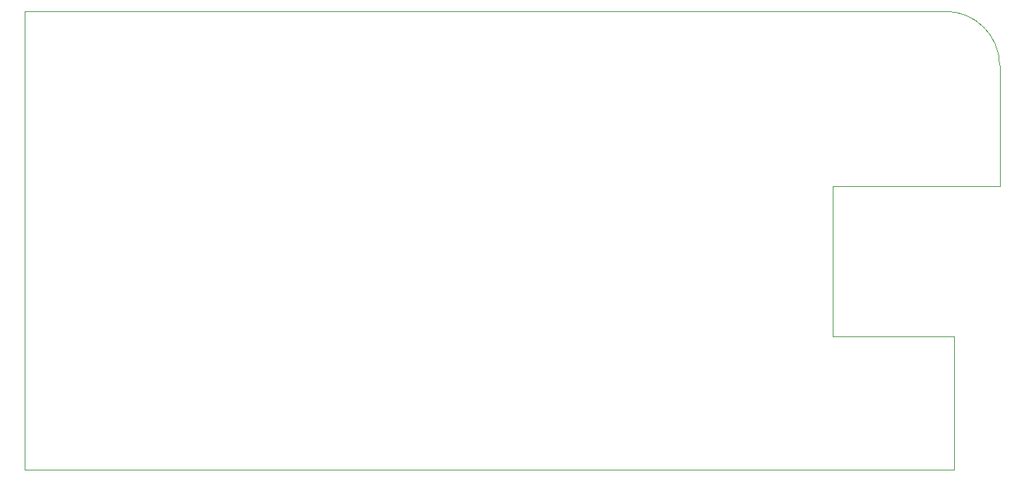
<source format=gbr>
G04 (created by PCBNEW (2013-mar-25)-stable) date Friday, July 17, 2015 01:34:24 PM*
%MOIN*%
G04 Gerber Fmt 3.4, Leading zero omitted, Abs format*
%FSLAX34Y34*%
G01*
G70*
G90*
G04 APERTURE LIST*
%ADD10C,0.006*%
%ADD11C,0.000393701*%
G04 APERTURE END LIST*
G54D10*
G54D11*
X29921Y-28543D02*
X29921Y-50196D01*
X29921Y-50196D02*
X73818Y-50196D01*
X73818Y-50196D02*
X73818Y-43897D01*
X73818Y-43897D02*
X68110Y-43897D01*
X68110Y-36811D02*
X68110Y-43897D01*
X75984Y-36811D02*
X75984Y-31102D01*
X75984Y-36811D02*
X68110Y-36811D01*
X29921Y-28543D02*
X73425Y-28543D01*
X75984Y-31102D02*
G75*
G03X73425Y-28543I-2559J0D01*
G74*
G01*
M02*

</source>
